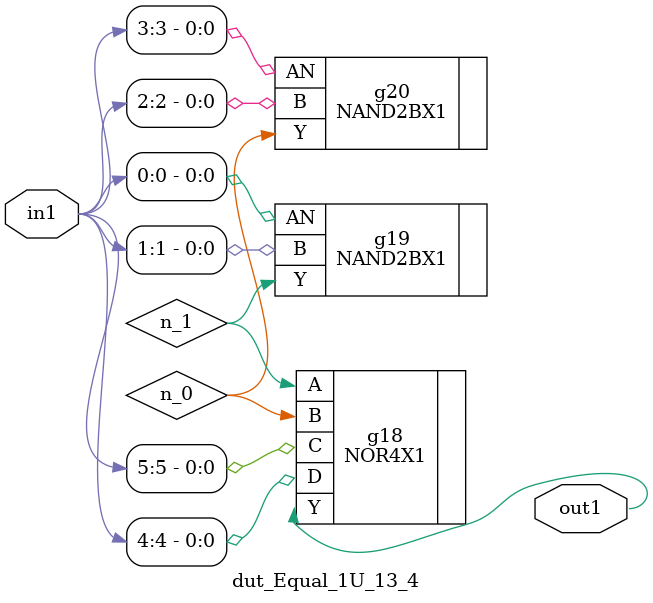
<source format=v>
`timescale 1ps / 1ps


module dut_Equal_1U_13_4(in1, out1);
  input [5:0] in1;
  output out1;
  wire [5:0] in1;
  wire out1;
  wire n_0, n_1;
  NOR4X1 g18(.A (n_1), .B (n_0), .C (in1[5]), .D (in1[4]), .Y (out1));
  NAND2BX1 g19(.AN (in1[0]), .B (in1[1]), .Y (n_1));
  NAND2BX1 g20(.AN (in1[3]), .B (in1[2]), .Y (n_0));
endmodule



</source>
